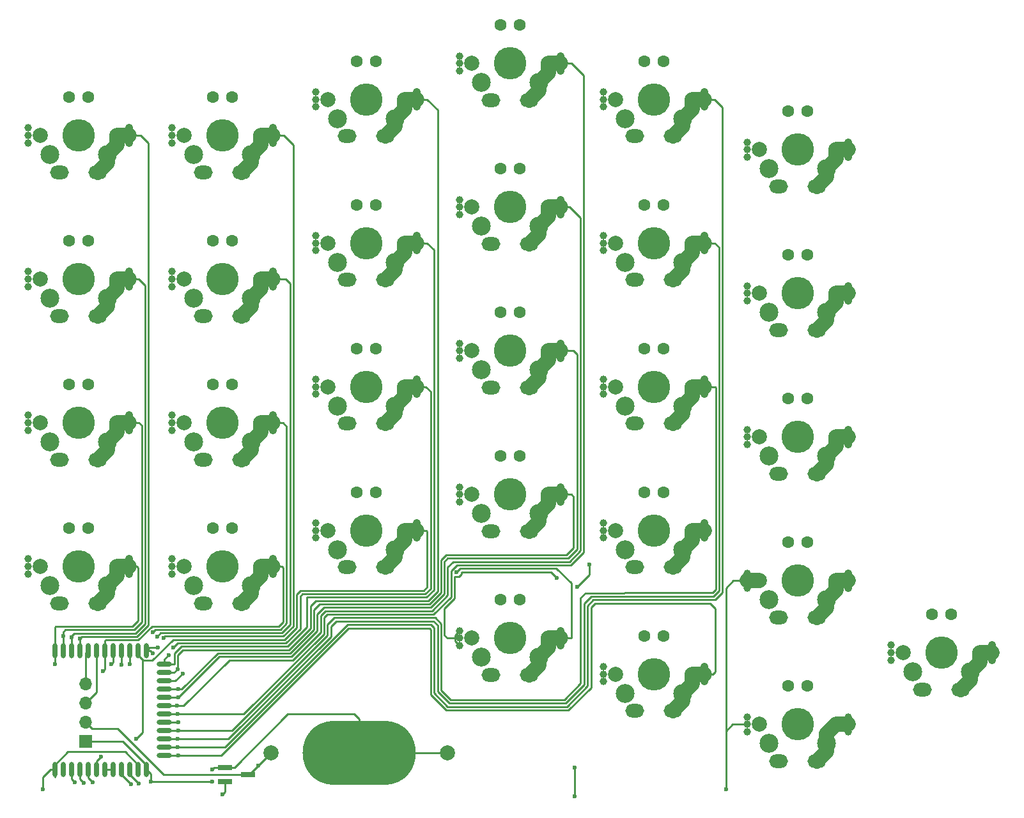
<source format=gtl>
G04 #@! TF.FileFunction,Copper,L1,Top,Signal*
%FSLAX46Y46*%
G04 Gerber Fmt 4.6, Leading zero omitted, Abs format (unit mm)*
G04 Created by KiCad (PCBNEW 4.0.7) date Mon Jun  4 02:29:31 2018*
%MOMM*%
%LPD*%
G01*
G04 APERTURE LIST*
%ADD10C,0.100000*%
%ADD11C,1.600000*%
%ADD12C,1.000000*%
%ADD13C,4.300000*%
%ADD14C,2.000000*%
%ADD15C,2.500000*%
%ADD16O,2.500000X1.800000*%
%ADD17O,2.000000X0.700000*%
%ADD18O,0.700000X2.000000*%
%ADD19O,15.000000X8.500000*%
%ADD20R,1.700000X1.700000*%
%ADD21O,1.700000X1.700000*%
%ADD22R,1.900000X0.800000*%
%ADD23C,0.600000*%
%ADD24C,0.250000*%
%ADD25C,2.000000*%
%ADD26C,1.000000*%
G04 APERTURE END LIST*
D10*
D11*
X151130000Y-101600000D03*
X153670000Y-101600000D03*
D12*
X159100000Y-107680000D03*
X159100000Y-105680000D03*
X159100000Y-106680000D03*
D13*
X152400000Y-106680000D03*
D14*
X157480000Y-106680000D03*
X147320000Y-106680000D03*
D15*
X156210000Y-109220000D03*
D16*
X149860000Y-111556800D03*
D15*
X148590000Y-109220000D03*
D16*
X154940000Y-111556800D03*
D12*
X145700000Y-106680000D03*
X145700000Y-107680000D03*
X145700000Y-105680000D03*
D11*
X132080000Y-111125000D03*
X134620000Y-111125000D03*
D12*
X140050000Y-117205000D03*
X140050000Y-115205000D03*
X140050000Y-116205000D03*
D13*
X133350000Y-116205000D03*
D14*
X138430000Y-116205000D03*
X128270000Y-116205000D03*
D15*
X137160000Y-118745000D03*
D16*
X130810000Y-121081800D03*
D15*
X129540000Y-118745000D03*
D16*
X135890000Y-121081800D03*
D12*
X126650000Y-116205000D03*
X126650000Y-117205000D03*
X126650000Y-115205000D03*
D11*
X36830000Y-33020000D03*
X39370000Y-33020000D03*
D12*
X44800000Y-39100000D03*
X44800000Y-37100000D03*
X44800000Y-38100000D03*
D13*
X38100000Y-38100000D03*
D14*
X43180000Y-38100000D03*
X33020000Y-38100000D03*
D15*
X41910000Y-40640000D03*
D16*
X35560000Y-42976800D03*
D15*
X34290000Y-40640000D03*
D16*
X40640000Y-42976800D03*
D12*
X31400000Y-38100000D03*
X31400000Y-39100000D03*
X31400000Y-37100000D03*
D11*
X36830000Y-52070000D03*
X39370000Y-52070000D03*
D12*
X44800000Y-58150000D03*
X44800000Y-56150000D03*
X44800000Y-57150000D03*
D13*
X38100000Y-57150000D03*
D14*
X43180000Y-57150000D03*
X33020000Y-57150000D03*
D15*
X41910000Y-59690000D03*
D16*
X35560000Y-62026800D03*
D15*
X34290000Y-59690000D03*
D16*
X40640000Y-62026800D03*
D12*
X31400000Y-57150000D03*
X31400000Y-58150000D03*
X31400000Y-56150000D03*
D11*
X36830000Y-71120000D03*
X39370000Y-71120000D03*
D12*
X44800000Y-77200000D03*
X44800000Y-75200000D03*
X44800000Y-76200000D03*
D13*
X38100000Y-76200000D03*
D14*
X43180000Y-76200000D03*
X33020000Y-76200000D03*
D15*
X41910000Y-78740000D03*
D16*
X35560000Y-81076800D03*
D15*
X34290000Y-78740000D03*
D16*
X40640000Y-81076800D03*
D12*
X31400000Y-76200000D03*
X31400000Y-77200000D03*
X31400000Y-75200000D03*
D11*
X36830000Y-90170000D03*
X39370000Y-90170000D03*
D12*
X44800000Y-96250000D03*
X44800000Y-94250000D03*
X44800000Y-95250000D03*
D13*
X38100000Y-95250000D03*
D14*
X43180000Y-95250000D03*
X33020000Y-95250000D03*
D15*
X41910000Y-97790000D03*
D16*
X35560000Y-100126800D03*
D15*
X34290000Y-97790000D03*
D16*
X40640000Y-100126800D03*
D12*
X31400000Y-95250000D03*
X31400000Y-96250000D03*
X31400000Y-94250000D03*
D11*
X55880000Y-33020000D03*
X58420000Y-33020000D03*
D12*
X63850000Y-39100000D03*
X63850000Y-37100000D03*
X63850000Y-38100000D03*
D13*
X57150000Y-38100000D03*
D14*
X62230000Y-38100000D03*
X52070000Y-38100000D03*
D15*
X60960000Y-40640000D03*
D16*
X54610000Y-42976800D03*
D15*
X53340000Y-40640000D03*
D16*
X59690000Y-42976800D03*
D12*
X50450000Y-38100000D03*
X50450000Y-39100000D03*
X50450000Y-37100000D03*
D11*
X55880000Y-52070000D03*
X58420000Y-52070000D03*
D12*
X63850000Y-58150000D03*
X63850000Y-56150000D03*
X63850000Y-57150000D03*
D13*
X57150000Y-57150000D03*
D14*
X62230000Y-57150000D03*
X52070000Y-57150000D03*
D15*
X60960000Y-59690000D03*
D16*
X54610000Y-62026800D03*
D15*
X53340000Y-59690000D03*
D16*
X59690000Y-62026800D03*
D12*
X50450000Y-57150000D03*
X50450000Y-58150000D03*
X50450000Y-56150000D03*
D11*
X55880000Y-71120000D03*
X58420000Y-71120000D03*
D12*
X63850000Y-77200000D03*
X63850000Y-75200000D03*
X63850000Y-76200000D03*
D13*
X57150000Y-76200000D03*
D14*
X62230000Y-76200000D03*
X52070000Y-76200000D03*
D15*
X60960000Y-78740000D03*
D16*
X54610000Y-81076800D03*
D15*
X53340000Y-78740000D03*
D16*
X59690000Y-81076800D03*
D12*
X50450000Y-76200000D03*
X50450000Y-77200000D03*
X50450000Y-75200000D03*
D11*
X55880000Y-90170000D03*
X58420000Y-90170000D03*
D12*
X63850000Y-96250000D03*
X63850000Y-94250000D03*
X63850000Y-95250000D03*
D13*
X57150000Y-95250000D03*
D14*
X62230000Y-95250000D03*
X52070000Y-95250000D03*
D15*
X60960000Y-97790000D03*
D16*
X54610000Y-100126800D03*
D15*
X53340000Y-97790000D03*
D16*
X59690000Y-100126800D03*
D12*
X50450000Y-95250000D03*
X50450000Y-96250000D03*
X50450000Y-94250000D03*
D11*
X74930000Y-28257500D03*
X77470000Y-28257500D03*
D12*
X82900000Y-34337500D03*
X82900000Y-32337500D03*
X82900000Y-33337500D03*
D13*
X76200000Y-33337500D03*
D14*
X81280000Y-33337500D03*
X71120000Y-33337500D03*
D15*
X80010000Y-35877500D03*
D16*
X73660000Y-38214300D03*
D15*
X72390000Y-35877500D03*
D16*
X78740000Y-38214300D03*
D12*
X69500000Y-33337500D03*
X69500000Y-34337500D03*
X69500000Y-32337500D03*
D11*
X74930000Y-47307500D03*
X77470000Y-47307500D03*
D12*
X82900000Y-53387500D03*
X82900000Y-51387500D03*
X82900000Y-52387500D03*
D13*
X76200000Y-52387500D03*
D14*
X81280000Y-52387500D03*
X71120000Y-52387500D03*
D15*
X80010000Y-54927500D03*
D16*
X73660000Y-57264300D03*
D15*
X72390000Y-54927500D03*
D16*
X78740000Y-57264300D03*
D12*
X69500000Y-52387500D03*
X69500000Y-53387500D03*
X69500000Y-51387500D03*
D11*
X74930000Y-66357500D03*
X77470000Y-66357500D03*
D12*
X82900000Y-72437500D03*
X82900000Y-70437500D03*
X82900000Y-71437500D03*
D13*
X76200000Y-71437500D03*
D14*
X81280000Y-71437500D03*
X71120000Y-71437500D03*
D15*
X80010000Y-73977500D03*
D16*
X73660000Y-76314300D03*
D15*
X72390000Y-73977500D03*
D16*
X78740000Y-76314300D03*
D12*
X69500000Y-71437500D03*
X69500000Y-72437500D03*
X69500000Y-70437500D03*
D11*
X74930000Y-85407500D03*
X77470000Y-85407500D03*
D12*
X82900000Y-91487500D03*
X82900000Y-89487500D03*
X82900000Y-90487500D03*
D13*
X76200000Y-90487500D03*
D14*
X81280000Y-90487500D03*
X71120000Y-90487500D03*
D15*
X80010000Y-93027500D03*
D16*
X73660000Y-95364300D03*
D15*
X72390000Y-93027500D03*
D16*
X78740000Y-95364300D03*
D12*
X69500000Y-90487500D03*
X69500000Y-91487500D03*
X69500000Y-89487500D03*
D11*
X93980000Y-23495000D03*
X96520000Y-23495000D03*
D12*
X101950000Y-29575000D03*
X101950000Y-27575000D03*
X101950000Y-28575000D03*
D13*
X95250000Y-28575000D03*
D14*
X100330000Y-28575000D03*
X90170000Y-28575000D03*
D15*
X99060000Y-31115000D03*
D16*
X92710000Y-33451800D03*
D15*
X91440000Y-31115000D03*
D16*
X97790000Y-33451800D03*
D12*
X88550000Y-28575000D03*
X88550000Y-29575000D03*
X88550000Y-27575000D03*
D11*
X93980000Y-42545000D03*
X96520000Y-42545000D03*
D12*
X101950000Y-48625000D03*
X101950000Y-46625000D03*
X101950000Y-47625000D03*
D13*
X95250000Y-47625000D03*
D14*
X100330000Y-47625000D03*
X90170000Y-47625000D03*
D15*
X99060000Y-50165000D03*
D16*
X92710000Y-52501800D03*
D15*
X91440000Y-50165000D03*
D16*
X97790000Y-52501800D03*
D12*
X88550000Y-47625000D03*
X88550000Y-48625000D03*
X88550000Y-46625000D03*
D11*
X93980000Y-61595000D03*
X96520000Y-61595000D03*
D12*
X101950000Y-67675000D03*
X101950000Y-65675000D03*
X101950000Y-66675000D03*
D13*
X95250000Y-66675000D03*
D14*
X100330000Y-66675000D03*
X90170000Y-66675000D03*
D15*
X99060000Y-69215000D03*
D16*
X92710000Y-71551800D03*
D15*
X91440000Y-69215000D03*
D16*
X97790000Y-71551800D03*
D12*
X88550000Y-66675000D03*
X88550000Y-67675000D03*
X88550000Y-65675000D03*
D11*
X93980000Y-80645000D03*
X96520000Y-80645000D03*
D12*
X101950000Y-86725000D03*
X101950000Y-84725000D03*
X101950000Y-85725000D03*
D13*
X95250000Y-85725000D03*
D14*
X100330000Y-85725000D03*
X90170000Y-85725000D03*
D15*
X99060000Y-88265000D03*
D16*
X92710000Y-90601800D03*
D15*
X91440000Y-88265000D03*
D16*
X97790000Y-90601800D03*
D12*
X88550000Y-85725000D03*
X88550000Y-86725000D03*
X88550000Y-84725000D03*
D11*
X93980000Y-99695000D03*
X96520000Y-99695000D03*
D12*
X101950000Y-105775000D03*
X101950000Y-103775000D03*
X101950000Y-104775000D03*
D13*
X95250000Y-104775000D03*
D14*
X100330000Y-104775000D03*
X90170000Y-104775000D03*
D15*
X99060000Y-107315000D03*
D16*
X92710000Y-109651800D03*
D15*
X91440000Y-107315000D03*
D16*
X97790000Y-109651800D03*
D12*
X88550000Y-104775000D03*
X88550000Y-105775000D03*
X88550000Y-103775000D03*
D11*
X113030000Y-28257500D03*
X115570000Y-28257500D03*
D12*
X121000000Y-34337500D03*
X121000000Y-32337500D03*
X121000000Y-33337500D03*
D13*
X114300000Y-33337500D03*
D14*
X119380000Y-33337500D03*
X109220000Y-33337500D03*
D15*
X118110000Y-35877500D03*
D16*
X111760000Y-38214300D03*
D15*
X110490000Y-35877500D03*
D16*
X116840000Y-38214300D03*
D12*
X107600000Y-33337500D03*
X107600000Y-34337500D03*
X107600000Y-32337500D03*
D11*
X113030000Y-47307500D03*
X115570000Y-47307500D03*
D12*
X121000000Y-53387500D03*
X121000000Y-51387500D03*
X121000000Y-52387500D03*
D13*
X114300000Y-52387500D03*
D14*
X119380000Y-52387500D03*
X109220000Y-52387500D03*
D15*
X118110000Y-54927500D03*
D16*
X111760000Y-57264300D03*
D15*
X110490000Y-54927500D03*
D16*
X116840000Y-57264300D03*
D12*
X107600000Y-52387500D03*
X107600000Y-53387500D03*
X107600000Y-51387500D03*
D11*
X113030000Y-66357500D03*
X115570000Y-66357500D03*
D12*
X121000000Y-72437500D03*
X121000000Y-70437500D03*
X121000000Y-71437500D03*
D13*
X114300000Y-71437500D03*
D14*
X119380000Y-71437500D03*
X109220000Y-71437500D03*
D15*
X118110000Y-73977500D03*
D16*
X111760000Y-76314300D03*
D15*
X110490000Y-73977500D03*
D16*
X116840000Y-76314300D03*
D12*
X107600000Y-71437500D03*
X107600000Y-72437500D03*
X107600000Y-70437500D03*
D11*
X113030000Y-85407500D03*
X115570000Y-85407500D03*
D12*
X121000000Y-91487500D03*
X121000000Y-89487500D03*
X121000000Y-90487500D03*
D13*
X114300000Y-90487500D03*
D14*
X119380000Y-90487500D03*
X109220000Y-90487500D03*
D15*
X118110000Y-93027500D03*
D16*
X111760000Y-95364300D03*
D15*
X110490000Y-93027500D03*
D16*
X116840000Y-95364300D03*
D12*
X107600000Y-90487500D03*
X107600000Y-91487500D03*
X107600000Y-89487500D03*
D11*
X113030000Y-104457500D03*
X115570000Y-104457500D03*
D12*
X121000000Y-110537500D03*
X121000000Y-108537500D03*
X121000000Y-109537500D03*
D13*
X114300000Y-109537500D03*
D14*
X119380000Y-109537500D03*
X109220000Y-109537500D03*
D15*
X118110000Y-112077500D03*
D16*
X111760000Y-114414300D03*
D15*
X110490000Y-112077500D03*
D16*
X116840000Y-114414300D03*
D12*
X107600000Y-109537500D03*
X107600000Y-110537500D03*
X107600000Y-108537500D03*
D11*
X132080000Y-34925000D03*
X134620000Y-34925000D03*
D12*
X140050000Y-41005000D03*
X140050000Y-39005000D03*
X140050000Y-40005000D03*
D13*
X133350000Y-40005000D03*
D14*
X138430000Y-40005000D03*
X128270000Y-40005000D03*
D15*
X137160000Y-42545000D03*
D16*
X130810000Y-44881800D03*
D15*
X129540000Y-42545000D03*
D16*
X135890000Y-44881800D03*
D12*
X126650000Y-40005000D03*
X126650000Y-41005000D03*
X126650000Y-39005000D03*
D11*
X132080000Y-53975000D03*
X134620000Y-53975000D03*
D12*
X140050000Y-60055000D03*
X140050000Y-58055000D03*
X140050000Y-59055000D03*
D13*
X133350000Y-59055000D03*
D14*
X138430000Y-59055000D03*
X128270000Y-59055000D03*
D15*
X137160000Y-61595000D03*
D16*
X130810000Y-63931800D03*
D15*
X129540000Y-61595000D03*
D16*
X135890000Y-63931800D03*
D12*
X126650000Y-59055000D03*
X126650000Y-60055000D03*
X126650000Y-58055000D03*
D11*
X132080000Y-73025000D03*
X134620000Y-73025000D03*
D12*
X140050000Y-79105000D03*
X140050000Y-77105000D03*
X140050000Y-78105000D03*
D13*
X133350000Y-78105000D03*
D14*
X138430000Y-78105000D03*
X128270000Y-78105000D03*
D15*
X137160000Y-80645000D03*
D16*
X130810000Y-82981800D03*
D15*
X129540000Y-80645000D03*
D16*
X135890000Y-82981800D03*
D12*
X126650000Y-78105000D03*
X126650000Y-79105000D03*
X126650000Y-77105000D03*
D11*
X132080000Y-92075000D03*
X134620000Y-92075000D03*
D12*
X140050000Y-98155000D03*
X140050000Y-96155000D03*
X140050000Y-97155000D03*
D13*
X133350000Y-97155000D03*
D14*
X138430000Y-97155000D03*
X128270000Y-97155000D03*
D15*
X137160000Y-99695000D03*
D16*
X130810000Y-102031800D03*
D15*
X129540000Y-99695000D03*
D16*
X135890000Y-102031800D03*
D12*
X126650000Y-97155000D03*
X126650000Y-98155000D03*
X126650000Y-96155000D03*
D17*
X49452500Y-108250000D03*
X49452500Y-109350000D03*
X49452500Y-110450000D03*
X49452500Y-111550000D03*
X49452500Y-112650000D03*
X49452500Y-113750000D03*
X49452500Y-114850000D03*
X49452500Y-115950000D03*
X49452500Y-117050000D03*
X49452500Y-118150000D03*
X49452500Y-119250000D03*
X49452500Y-120350000D03*
D18*
X47052500Y-106400000D03*
X45952500Y-106400000D03*
X44852500Y-106400000D03*
X43752500Y-106400000D03*
X42652500Y-106400000D03*
X41552500Y-106400000D03*
X40452500Y-106400000D03*
X39352500Y-106400000D03*
X38252500Y-106400000D03*
X37152500Y-106400000D03*
X36052500Y-106400000D03*
X34952500Y-106400000D03*
X47052500Y-122200000D03*
X45952500Y-122200000D03*
X44852500Y-122200000D03*
X43752500Y-122200000D03*
X42652500Y-122200000D03*
X41552500Y-122200000D03*
X40452500Y-122200000D03*
X39352500Y-122200000D03*
X38252500Y-122200000D03*
X37152500Y-122200000D03*
X36052500Y-122200000D03*
X34952500Y-122200000D03*
D14*
X63547500Y-120015000D03*
X86947500Y-120015000D03*
D19*
X75247500Y-120015000D03*
D20*
X39052500Y-118427500D03*
D21*
X39052500Y-115887500D03*
X39052500Y-113347500D03*
X39052500Y-110807500D03*
D22*
X57500000Y-121900000D03*
X57500000Y-123800000D03*
X60500000Y-122850000D03*
D23*
X61912500Y-121650000D03*
X55760000Y-122180000D03*
X55780000Y-123830000D03*
X47625000Y-123825000D03*
X57110000Y-125500000D03*
X105720000Y-95020000D03*
X104130197Y-97950492D03*
X101453058Y-96750010D03*
X103822500Y-125730000D03*
X103822500Y-121920000D03*
X123825000Y-124777500D03*
X33337500Y-124777500D03*
X38252500Y-104822500D03*
X37152500Y-104675000D03*
X36052500Y-104475000D03*
X34950000Y-108230000D03*
X44850000Y-108250000D03*
X49325000Y-104700020D03*
X43750000Y-108275000D03*
X48480448Y-104530448D03*
X42400000Y-108175000D03*
X47914762Y-103964762D03*
X41275000Y-109175000D03*
X51200011Y-108852489D03*
X50025000Y-107000000D03*
X47933078Y-106758078D03*
X48575000Y-106000000D03*
X50625000Y-106000000D03*
X45720000Y-118110000D03*
X51175000Y-114850000D03*
X51100000Y-113750000D03*
X51286410Y-112650000D03*
X51275000Y-111550000D03*
X51875000Y-109475000D03*
X88141942Y-95991942D03*
X51225000Y-119250000D03*
X51200000Y-118150000D03*
X51250000Y-117050000D03*
X51250000Y-115950000D03*
X51250000Y-120350000D03*
X46077500Y-124075000D03*
X45002500Y-124100000D03*
X41077500Y-120475000D03*
X39925000Y-123850000D03*
X38750000Y-123947500D03*
X37602500Y-123900000D03*
D24*
X63547500Y-120015000D02*
X61912500Y-121650000D01*
X61912500Y-121650000D02*
X60690000Y-122872500D01*
X60690000Y-122872500D02*
X60555000Y-122872500D01*
X43212499Y-116737499D02*
X49347500Y-122872500D01*
X49347500Y-122872500D02*
X60555000Y-122872500D01*
X39052500Y-115887500D02*
X39902499Y-116737499D01*
X39902499Y-116737499D02*
X43212499Y-116737499D01*
X74552500Y-114820000D02*
X65780000Y-114820000D01*
X65780000Y-114820000D02*
X58700000Y-121900000D01*
X58700000Y-121900000D02*
X57500000Y-121900000D01*
X75247500Y-120015000D02*
X75247500Y-115515000D01*
X75247500Y-115515000D02*
X74552500Y-114820000D01*
X86947500Y-120015000D02*
X75247500Y-120015000D01*
X55760000Y-122180000D02*
X56040000Y-121900000D01*
X56040000Y-121900000D02*
X57500000Y-121900000D01*
X55245000Y-123825000D02*
X55775000Y-123825000D01*
X55775000Y-123825000D02*
X55780000Y-123830000D01*
X71997500Y-120015000D02*
X75247500Y-120015000D01*
X55245000Y-123825000D02*
X54820736Y-123825000D01*
X54820736Y-123825000D02*
X47625000Y-123825000D01*
X39052500Y-118427500D02*
X43930000Y-118427500D01*
X43930000Y-118427500D02*
X47052500Y-121550000D01*
X47052500Y-121550000D02*
X47052500Y-122200000D01*
X47625000Y-123825000D02*
X47625000Y-122772500D01*
X47625000Y-122772500D02*
X47052500Y-122200000D01*
X55247500Y-123822500D02*
X55245000Y-123825000D01*
X57500000Y-123800000D02*
X57500000Y-125110000D01*
X57500000Y-125110000D02*
X57110000Y-125500000D01*
X123825000Y-116205000D02*
X123825000Y-117070000D01*
X123825000Y-117070000D02*
X123825000Y-124777500D01*
X126650000Y-116205000D02*
X124690000Y-116205000D01*
X124690000Y-116205000D02*
X123825000Y-117070000D01*
X123825028Y-98107472D02*
X123825028Y-116204972D01*
X88550000Y-105775000D02*
X87950000Y-105175000D01*
X87950000Y-105175000D02*
X87950000Y-104775000D01*
X88550000Y-104775000D02*
X87950000Y-104775000D01*
X87950000Y-104775000D02*
X87630000Y-104775000D01*
X88550000Y-103775000D02*
X87950000Y-104375000D01*
X87950000Y-104375000D02*
X87950000Y-104775000D01*
X125180000Y-97155000D02*
X124970000Y-97155000D01*
X124970000Y-97155000D02*
X124777500Y-97155000D01*
X126650000Y-96155000D02*
X125650000Y-97155000D01*
X125650000Y-97155000D02*
X124970000Y-97155000D01*
X126650000Y-98155000D02*
X125650000Y-97155000D01*
X125650000Y-97155000D02*
X125180000Y-97155000D01*
X126650000Y-97155000D02*
X125180000Y-97155000D01*
X104130197Y-97950492D02*
X105720000Y-96360689D01*
X105720000Y-96360689D02*
X105720000Y-95020000D01*
X99780000Y-95975050D02*
X100678098Y-95975050D01*
X100678098Y-95975050D02*
X101453058Y-96750010D01*
X96700000Y-95975050D02*
X99780000Y-95975050D01*
X92690000Y-95975050D02*
X96700000Y-95975050D01*
X91340000Y-95975050D02*
X92690000Y-95975050D01*
X89084950Y-95975050D02*
X91340000Y-95975050D01*
X88766943Y-96003351D02*
X89056649Y-96003351D01*
X89056649Y-96003351D02*
X89084950Y-95975050D01*
X87875046Y-96620000D02*
X88438886Y-96620000D01*
X88438886Y-96620000D02*
X88766943Y-96291943D01*
X88766943Y-96291943D02*
X88766943Y-96003351D01*
X87875045Y-99466233D02*
X87875046Y-96620000D01*
X86525010Y-104395010D02*
X86525010Y-100816270D01*
X86525010Y-100816270D02*
X87875045Y-99466233D01*
X86905000Y-104775000D02*
X86525010Y-104395010D01*
X87090010Y-104775000D02*
X86905000Y-104775000D01*
X88550000Y-104775000D02*
X87090010Y-104775000D01*
X123825028Y-116204972D02*
X123825000Y-116205000D01*
X124777500Y-97155000D02*
X123825028Y-98107472D01*
X103822500Y-121920000D02*
X103822500Y-125730000D01*
X33337500Y-123215000D02*
X33337500Y-124777500D01*
X34952500Y-122200000D02*
X34352500Y-122200000D01*
X34352500Y-122200000D02*
X33337500Y-123215000D01*
X45952500Y-122200000D02*
X45952500Y-121550000D01*
X45952500Y-121550000D02*
X44252499Y-119849999D01*
X44252499Y-119849999D02*
X36652501Y-119849999D01*
X36652501Y-119849999D02*
X34952500Y-121550000D01*
X34952500Y-121550000D02*
X34952500Y-122200000D01*
X34952500Y-122200000D02*
X34952500Y-123162500D01*
D25*
X126650000Y-97155000D02*
X128270000Y-97155000D01*
D26*
X44800000Y-37100000D02*
X44800000Y-39100000D01*
D24*
X44800000Y-38100000D02*
X46300000Y-38100000D01*
X46300000Y-38100000D02*
X47325028Y-39125028D01*
X47325028Y-39125028D02*
X47325027Y-103034203D01*
X47325027Y-103034203D02*
X45784200Y-104575030D01*
X45784200Y-104575030D02*
X38499970Y-104575030D01*
X38499970Y-104575030D02*
X38252500Y-104822500D01*
X38252500Y-104822500D02*
X38252500Y-106400000D01*
D25*
X41910000Y-40640000D02*
X41910000Y-41706800D01*
X41910000Y-41706800D02*
X40640000Y-42976800D01*
X43180000Y-38100000D02*
X43180000Y-39370000D01*
X43180000Y-39370000D02*
X41910000Y-40640000D01*
X44800000Y-38100000D02*
X43180000Y-38100000D01*
D26*
X44800000Y-56150000D02*
X44800000Y-58150000D01*
D24*
X37152500Y-104447500D02*
X37152500Y-104675000D01*
X37152500Y-104675000D02*
X37152500Y-106400000D01*
X37474980Y-104125020D02*
X37152500Y-104447500D01*
X45597800Y-104125020D02*
X37474980Y-104125020D01*
X46025000Y-57150000D02*
X46875019Y-58000019D01*
X46875019Y-58000019D02*
X46875018Y-102847802D01*
X46875018Y-102847802D02*
X45597800Y-104125020D01*
X44800000Y-57150000D02*
X46025000Y-57150000D01*
D25*
X41910000Y-59690000D02*
X41910000Y-60756800D01*
X41910000Y-60756800D02*
X40640000Y-62026800D01*
X43180000Y-57150000D02*
X43180000Y-58420000D01*
X43180000Y-58420000D02*
X41910000Y-59690000D01*
X44800000Y-57150000D02*
X43180000Y-57150000D01*
D26*
X44800000Y-75200000D02*
X44800000Y-77200000D01*
D24*
X36052500Y-103947500D02*
X36052500Y-104475000D01*
X36052500Y-104475000D02*
X36052500Y-106400000D01*
X36324990Y-103675010D02*
X36052500Y-103947500D01*
X45411400Y-103675010D02*
X36324990Y-103675010D01*
X46075000Y-76200000D02*
X46425010Y-76550010D01*
X46425010Y-76550010D02*
X46425009Y-102661401D01*
X46425009Y-102661401D02*
X45411400Y-103675010D01*
X44800000Y-76200000D02*
X46075000Y-76200000D01*
D25*
X41910000Y-78740000D02*
X41910000Y-79806800D01*
X41910000Y-79806800D02*
X40640000Y-81076800D01*
X43180000Y-76200000D02*
X43180000Y-77470000D01*
X43180000Y-77470000D02*
X41910000Y-78740000D01*
X44800000Y-76200000D02*
X43180000Y-76200000D01*
D26*
X44800000Y-94250000D02*
X44800000Y-96250000D01*
D24*
X34950000Y-108230000D02*
X34950000Y-106402500D01*
X34950000Y-106402500D02*
X34952500Y-106400000D01*
X44800000Y-95250000D02*
X45800000Y-95250000D01*
X45800000Y-95250000D02*
X45975000Y-95425000D01*
X45975000Y-95425000D02*
X45975000Y-102475000D01*
X45975000Y-102475000D02*
X45225000Y-103225000D01*
X45225000Y-103225000D02*
X35050000Y-103225000D01*
X35050000Y-103225000D02*
X34952500Y-103322500D01*
X34952500Y-103322500D02*
X34952500Y-106400000D01*
D25*
X41910000Y-97790000D02*
X41910000Y-98856800D01*
X41910000Y-98856800D02*
X40640000Y-100126800D01*
X43180000Y-95250000D02*
X43180000Y-96520000D01*
X43180000Y-96520000D02*
X41910000Y-97790000D01*
X44800000Y-95250000D02*
X43180000Y-95250000D01*
D26*
X63850000Y-37100000D02*
X63850000Y-39100000D01*
D24*
X44852500Y-106400000D02*
X44852500Y-108247500D01*
X44852500Y-108247500D02*
X44850000Y-108250000D01*
X65184200Y-104525030D02*
X49499990Y-104525030D01*
X49499990Y-104525030D02*
X49325000Y-104700020D01*
X66525028Y-57538620D02*
X66525027Y-103184203D01*
X66525027Y-103184203D02*
X65184200Y-104525030D01*
X65225000Y-38100000D02*
X66525028Y-39400028D01*
X66525028Y-39400028D02*
X66525028Y-57538620D01*
X63850000Y-38100000D02*
X65225000Y-38100000D01*
D25*
X60960000Y-40640000D02*
X60960000Y-41706800D01*
X60960000Y-41706800D02*
X59690000Y-42976800D01*
X62230000Y-38100000D02*
X62230000Y-39370000D01*
X62230000Y-39370000D02*
X60960000Y-40640000D01*
X63850000Y-38100000D02*
X62230000Y-38100000D01*
D26*
X63850000Y-56150000D02*
X63850000Y-58150000D01*
D24*
X43750000Y-108275000D02*
X43750000Y-106402500D01*
X43750000Y-106402500D02*
X43752500Y-106400000D01*
X64997800Y-104075020D02*
X48935876Y-104075020D01*
X48935876Y-104075020D02*
X48480448Y-104530448D01*
X65500000Y-57150000D02*
X66075019Y-57725019D01*
X66075019Y-57725019D02*
X66075018Y-102997802D01*
X66075018Y-102997802D02*
X64997800Y-104075020D01*
X65275000Y-57150000D02*
X65500000Y-57150000D01*
X63850000Y-57150000D02*
X65275000Y-57150000D01*
D25*
X60960000Y-59690000D02*
X60960000Y-60756800D01*
X60960000Y-60756800D02*
X59690000Y-62026800D01*
X62230000Y-57150000D02*
X62230000Y-58420000D01*
X62230000Y-58420000D02*
X60960000Y-59690000D01*
X63850000Y-57150000D02*
X62230000Y-57150000D01*
D26*
X63850000Y-75200000D02*
X63850000Y-77200000D01*
D24*
X42425000Y-108175000D02*
X42652500Y-107947500D01*
X42652500Y-107947500D02*
X42652500Y-106400000D01*
X42400000Y-108175000D02*
X42425000Y-108175000D01*
X64811400Y-103625010D02*
X48254514Y-103625010D01*
X48254514Y-103625010D02*
X47914762Y-103964762D01*
X65150000Y-76200000D02*
X65625010Y-76675010D01*
X65625010Y-76675010D02*
X65625009Y-102811401D01*
X65625009Y-102811401D02*
X64811400Y-103625010D01*
X63850000Y-76200000D02*
X65150000Y-76200000D01*
D25*
X60960000Y-78740000D02*
X60960000Y-79806800D01*
X60960000Y-79806800D02*
X59690000Y-81076800D01*
X62230000Y-76200000D02*
X62230000Y-77470000D01*
X62230000Y-77470000D02*
X60960000Y-78740000D01*
X63850000Y-76200000D02*
X62230000Y-76200000D01*
D26*
X63850000Y-94250000D02*
X63850000Y-96250000D01*
D24*
X41575000Y-108875000D02*
X41552500Y-108852500D01*
X41552500Y-108852500D02*
X41552500Y-106400000D01*
X41275000Y-109175000D02*
X41575000Y-108875000D01*
X65175000Y-95400000D02*
X65025000Y-95250000D01*
X65025000Y-95250000D02*
X63850000Y-95250000D01*
X65175000Y-102625000D02*
X65175000Y-95400000D01*
X41552500Y-106400000D02*
X41552500Y-105150000D01*
X41552500Y-105150000D02*
X41677460Y-105025040D01*
X41677460Y-105025040D02*
X45970601Y-105025039D01*
X45970601Y-105025039D02*
X47820640Y-103175000D01*
X64625000Y-103175000D02*
X65175000Y-102625000D01*
X47820640Y-103175000D02*
X64625000Y-103175000D01*
D25*
X60960000Y-97790000D02*
X60960000Y-98856800D01*
X60960000Y-98856800D02*
X59690000Y-100126800D01*
X62230000Y-95250000D02*
X62230000Y-96520000D01*
X62230000Y-96520000D02*
X60960000Y-97790000D01*
X63850000Y-95250000D02*
X62230000Y-95250000D01*
D26*
X82900000Y-32337500D02*
X82900000Y-34337500D01*
D24*
X51200012Y-106999988D02*
X51200011Y-108852489D01*
X51200011Y-108852489D02*
X50702500Y-109350000D01*
X50702500Y-109350000D02*
X49452500Y-109350000D01*
X65929800Y-106325070D02*
X51874930Y-106325070D01*
X51874930Y-106325070D02*
X51200012Y-106999988D01*
X68799990Y-100475010D02*
X68799989Y-103454881D01*
X68799989Y-103454881D02*
X65929800Y-106325070D01*
X84359200Y-99800030D02*
X69474970Y-99800030D01*
X69474970Y-99800030D02*
X68799990Y-100475010D01*
X85625000Y-34700000D02*
X85625000Y-98534230D01*
X85625000Y-98534230D02*
X84359200Y-99800030D01*
X84262500Y-33337500D02*
X85625000Y-34700000D01*
X82900000Y-33337500D02*
X84262500Y-33337500D01*
D25*
X82900000Y-33337500D02*
X81280000Y-33337500D01*
X80010000Y-35877500D02*
X80010000Y-36944300D01*
X80010000Y-36944300D02*
X78740000Y-38214300D01*
X81280000Y-33337500D02*
X81280000Y-34607500D01*
X81280000Y-34607500D02*
X80010000Y-35877500D01*
D26*
X82900000Y-51387500D02*
X82900000Y-53387500D01*
D24*
X49452500Y-108250000D02*
X49452500Y-107572500D01*
X49452500Y-107572500D02*
X50025000Y-107000000D01*
X82900000Y-52387500D02*
X84237500Y-52387500D01*
X85150019Y-53300019D02*
X85150020Y-71888610D01*
X84237500Y-52387500D02*
X85150019Y-53300019D01*
X85150020Y-71888610D02*
X85150018Y-98372802D01*
X68349980Y-99350020D02*
X68349980Y-103268480D01*
X85150018Y-98372802D02*
X84172800Y-99350020D01*
X84172800Y-99350020D02*
X68349980Y-99350020D01*
X65743400Y-105875060D02*
X51674942Y-105875060D01*
X50702500Y-108250000D02*
X49452500Y-108250000D01*
X68349980Y-103268480D02*
X65743400Y-105875060D01*
X51674942Y-105875060D02*
X50750002Y-106800000D01*
X50750002Y-106800000D02*
X50750002Y-108202498D01*
X50750002Y-108202498D02*
X50702500Y-108250000D01*
D25*
X80010000Y-54927500D02*
X80010000Y-55994300D01*
X80010000Y-55994300D02*
X78740000Y-57264300D01*
X81280000Y-52387500D02*
X81280000Y-53657500D01*
X81280000Y-53657500D02*
X80010000Y-54927500D01*
X82900000Y-52387500D02*
X81280000Y-52387500D01*
D26*
X82900000Y-70437500D02*
X82900000Y-72437500D01*
D24*
X47052500Y-106400000D02*
X47575000Y-106400000D01*
X47575000Y-106400000D02*
X47933078Y-106758078D01*
X48575000Y-106000000D02*
X47452500Y-106000000D01*
X47452500Y-106000000D02*
X47052500Y-106400000D01*
X65557000Y-105425050D02*
X51199950Y-105425050D01*
X51199950Y-105425050D02*
X50625000Y-106000000D01*
X67425046Y-99199954D02*
X67425045Y-103557005D01*
X67425045Y-103557005D02*
X65557000Y-105425050D01*
X83986400Y-98900010D02*
X67724990Y-98900010D01*
X67724990Y-98900010D02*
X67425046Y-99199954D01*
X84700010Y-90413600D02*
X84700009Y-98186401D01*
X84700009Y-98186401D02*
X83986400Y-98900010D01*
X84062500Y-71437500D02*
X84700010Y-72075010D01*
X84700010Y-72075010D02*
X84700010Y-90413600D01*
X82900000Y-71437500D02*
X84062500Y-71437500D01*
D25*
X80010000Y-73977500D02*
X80010000Y-75044300D01*
X80010000Y-75044300D02*
X78740000Y-76314300D01*
X81280000Y-71437500D02*
X81280000Y-72707500D01*
X81280000Y-72707500D02*
X80010000Y-73977500D01*
X82900000Y-71437500D02*
X81280000Y-71437500D01*
D26*
X82900000Y-89487500D02*
X82900000Y-91487500D01*
D24*
X46535000Y-107632500D02*
X45952500Y-107050000D01*
X46627510Y-107725010D02*
X46535000Y-107632500D01*
X46535000Y-107632500D02*
X46535000Y-117295000D01*
X46535000Y-117295000D02*
X45720000Y-118110000D01*
X50600000Y-104975040D02*
X47850030Y-107725010D01*
X47850030Y-107725010D02*
X46627510Y-107725010D01*
X45952500Y-107050000D02*
X45952500Y-106400000D01*
X65370600Y-104975040D02*
X50600000Y-104975040D01*
X66975037Y-98974963D02*
X66975036Y-103370604D01*
X66975036Y-103370604D02*
X65370600Y-104975040D01*
X83800000Y-98450000D02*
X67500000Y-98450000D01*
X67500000Y-98450000D02*
X66975037Y-98974963D01*
X84250000Y-98000000D02*
X83800000Y-98450000D01*
X84250000Y-90600000D02*
X84250000Y-98000000D01*
X84137500Y-90487500D02*
X84250000Y-90600000D01*
X82900000Y-90487500D02*
X84137500Y-90487500D01*
D25*
X80010000Y-93027500D02*
X80010000Y-94094300D01*
X80010000Y-94094300D02*
X78740000Y-95364300D01*
X81280000Y-90487500D02*
X81280000Y-91757500D01*
X81280000Y-91757500D02*
X80010000Y-93027500D01*
X81280000Y-90487500D02*
X82900000Y-90487500D01*
D26*
X101950000Y-27575000D02*
X101950000Y-29575000D01*
D24*
X59950510Y-114850000D02*
X51175000Y-114850000D01*
X51175000Y-114850000D02*
X50702500Y-114850000D01*
X101950000Y-28575000D02*
X103400000Y-28575000D01*
X87425036Y-99279834D02*
X85104800Y-101600070D01*
X103400000Y-28575000D02*
X105000028Y-30175028D01*
X70600025Y-104200485D02*
X59950510Y-114850000D01*
X105000028Y-30175028D02*
X105000027Y-93359203D01*
X105000027Y-93359203D02*
X103284200Y-95075030D01*
X103284200Y-95075030D02*
X88174970Y-95075030D01*
X85104800Y-101600070D02*
X71024930Y-101600070D01*
X88174970Y-95075030D02*
X87425037Y-95824963D01*
X87425037Y-95824963D02*
X87425036Y-99279834D01*
X71024930Y-101600070D02*
X70600026Y-102024974D01*
X70600026Y-102024974D02*
X70600025Y-104200485D01*
X50702500Y-114850000D02*
X49452500Y-114850000D01*
D25*
X99060000Y-31115000D02*
X99060000Y-32181800D01*
X99060000Y-32181800D02*
X97790000Y-33451800D01*
X100330000Y-28575000D02*
X100330000Y-29845000D01*
X100330000Y-29845000D02*
X99060000Y-31115000D01*
X101950000Y-28575000D02*
X100330000Y-28575000D01*
D26*
X101950000Y-46625000D02*
X101950000Y-48625000D01*
D24*
X51975100Y-113750000D02*
X51100000Y-113750000D01*
X51100000Y-113750000D02*
X49452500Y-113750000D01*
X101950000Y-47625000D02*
X103125000Y-47625000D01*
X104550019Y-49050019D02*
X104550018Y-93172802D01*
X103125000Y-47625000D02*
X104550019Y-49050019D01*
X104550018Y-93172802D02*
X103097800Y-94625020D01*
X103097800Y-94625020D02*
X87724980Y-94625020D01*
X87724980Y-94625020D02*
X86975028Y-95374972D01*
X86975028Y-95374972D02*
X86975027Y-99093433D01*
X86975027Y-99093433D02*
X84918400Y-101150060D01*
X66489000Y-107675100D02*
X58050000Y-107675100D01*
X84918400Y-101150060D02*
X70786350Y-101150060D01*
X70786350Y-101150060D02*
X70150017Y-101786393D01*
X70150017Y-101786393D02*
X70150016Y-104014084D01*
X70150016Y-104014084D02*
X66489000Y-107675100D01*
X58050000Y-107675100D02*
X51975100Y-113750000D01*
D25*
X99060000Y-50165000D02*
X99060000Y-51231800D01*
X99060000Y-51231800D02*
X97790000Y-52501800D01*
X100330000Y-47625000D02*
X100330000Y-48895000D01*
X100330000Y-48895000D02*
X99060000Y-50165000D01*
X101950000Y-47625000D02*
X100330000Y-47625000D01*
D26*
X101950000Y-65675000D02*
X101950000Y-67675000D01*
D24*
X101950000Y-66675000D02*
X103600000Y-66675000D01*
X102911400Y-94175010D02*
X86974990Y-94175010D01*
X103600000Y-66675000D02*
X104100010Y-67175010D01*
X104100010Y-67175010D02*
X104100009Y-92986401D01*
X86525019Y-94624981D02*
X86525018Y-98907032D01*
X104100009Y-92986401D02*
X102911400Y-94175010D01*
X86974990Y-94175010D02*
X86525019Y-94624981D01*
X69700008Y-101599992D02*
X69700007Y-103827683D01*
X69700007Y-103827683D02*
X66302600Y-107225090D01*
X86525018Y-98907032D02*
X84732000Y-100700050D01*
X84732000Y-100700050D02*
X70599950Y-100700050D01*
X70599950Y-100700050D02*
X69700008Y-101599992D01*
X66302600Y-107225090D02*
X56711320Y-107225090D01*
X56711320Y-107225090D02*
X51286410Y-112650000D01*
X51286410Y-112650000D02*
X50702500Y-112650000D01*
X50702500Y-112650000D02*
X49452500Y-112650000D01*
D25*
X99060000Y-69215000D02*
X99060000Y-70281800D01*
X99060000Y-70281800D02*
X97790000Y-71551800D01*
X100330000Y-66675000D02*
X100330000Y-67945000D01*
X100330000Y-67945000D02*
X99060000Y-69215000D01*
X101950000Y-66675000D02*
X100330000Y-66675000D01*
D26*
X101950000Y-84725000D02*
X101950000Y-86725000D01*
D24*
X51750000Y-111550000D02*
X51275000Y-111550000D01*
X51275000Y-111550000D02*
X49452500Y-111550000D01*
X101950000Y-85725000D02*
X103325000Y-85725000D01*
X69249999Y-101000001D02*
X69249998Y-103641282D01*
X66116200Y-106775080D02*
X56524920Y-106775080D01*
X103325000Y-85725000D02*
X103650000Y-86050000D01*
X103650000Y-86050000D02*
X103650000Y-92800000D01*
X103650000Y-92800000D02*
X102725000Y-93725000D01*
X102725000Y-93725000D02*
X86775000Y-93725000D01*
X86775000Y-93725000D02*
X86075010Y-94424990D01*
X86075010Y-94424990D02*
X86075009Y-98720631D01*
X86075009Y-98720631D02*
X84545600Y-100250040D01*
X84545600Y-100250040D02*
X69999960Y-100250040D01*
X69999960Y-100250040D02*
X69249999Y-101000001D01*
X69249998Y-103641282D02*
X66116200Y-106775080D01*
X56524920Y-106775080D02*
X51750000Y-111550000D01*
D25*
X99060000Y-88265000D02*
X99060000Y-89331800D01*
X99060000Y-89331800D02*
X97790000Y-90601800D01*
X100330000Y-85725000D02*
X100330000Y-86995000D01*
X100330000Y-86995000D02*
X99060000Y-88265000D01*
X101950000Y-85725000D02*
X100330000Y-85725000D01*
D26*
X101950000Y-103775000D02*
X101950000Y-105775000D01*
D24*
X101355040Y-95525040D02*
X103325000Y-97495000D01*
X103325000Y-97495000D02*
X103325000Y-104775000D01*
X101350000Y-95525040D02*
X88608844Y-95525040D01*
X101350000Y-95525040D02*
X101355040Y-95525040D01*
X51875000Y-109475000D02*
X50900000Y-110450000D01*
X50900000Y-110450000D02*
X49452500Y-110450000D01*
X88608844Y-95525040D02*
X88141942Y-95991942D01*
X101950000Y-104775000D02*
X103325000Y-104775000D01*
D25*
X99060000Y-107315000D02*
X99060000Y-108381800D01*
X99060000Y-108381800D02*
X97790000Y-109651800D01*
X100330000Y-104775000D02*
X100330000Y-106045000D01*
X100330000Y-106045000D02*
X99060000Y-107315000D01*
X101950000Y-104775000D02*
X100330000Y-104775000D01*
D26*
X121000000Y-32337500D02*
X121000000Y-34337500D01*
D24*
X57459740Y-119250000D02*
X51225000Y-119250000D01*
X51225000Y-119250000D02*
X49452500Y-119250000D01*
X121000000Y-33337500D02*
X122362500Y-33337500D01*
X122362500Y-33337500D02*
X123375019Y-34350019D01*
X102772799Y-113850019D02*
X86977198Y-113850018D01*
X123375019Y-34350019D02*
X123375018Y-98697802D01*
X123375018Y-98697802D02*
X122372810Y-99700010D01*
X122372810Y-99700010D02*
X106274990Y-99700010D01*
X105500010Y-100474990D02*
X105500009Y-111122811D01*
X106274990Y-99700010D02*
X105500010Y-100474990D01*
X105500009Y-111122811D02*
X102772799Y-113850019D01*
X85174980Y-112047800D02*
X85174980Y-103424980D01*
X84700100Y-102950100D02*
X73759640Y-102950100D01*
X86977198Y-113850018D02*
X85174980Y-112047800D01*
X85174980Y-103424980D02*
X84700100Y-102950100D01*
X73759640Y-102950100D02*
X57459740Y-119250000D01*
D25*
X118110000Y-35877500D02*
X118110000Y-36944300D01*
X118110000Y-36944300D02*
X116840000Y-38214300D01*
X119380000Y-33337500D02*
X119380000Y-34607500D01*
X119380000Y-34607500D02*
X118110000Y-35877500D01*
X121000000Y-33337500D02*
X119380000Y-33337500D01*
D26*
X121000000Y-51387500D02*
X121000000Y-53387500D01*
D24*
X57923330Y-118150000D02*
X51200000Y-118150000D01*
X51200000Y-118150000D02*
X49452500Y-118150000D01*
X121000000Y-52387500D02*
X122362500Y-52387500D01*
X85624990Y-103024990D02*
X85100090Y-102500090D01*
X105050000Y-100150000D02*
X105050000Y-110936410D01*
X122186410Y-99250000D02*
X105950000Y-99250000D01*
X122362500Y-52387500D02*
X122925010Y-52950010D01*
X102586400Y-113400010D02*
X87163599Y-113400009D01*
X85100090Y-102500090D02*
X72174910Y-102500090D01*
X122925010Y-52950010D02*
X122925009Y-98511401D01*
X122925009Y-98511401D02*
X122186410Y-99250000D01*
X87163599Y-113400009D02*
X85624990Y-111861400D01*
X105950000Y-99250000D02*
X105050000Y-100150000D01*
X105050000Y-110936410D02*
X102586400Y-113400010D01*
X85624990Y-111861400D02*
X85624990Y-103024990D01*
X72174910Y-102500090D02*
X71500044Y-103174956D01*
X71500044Y-103174956D02*
X71500043Y-104573287D01*
X71500043Y-104573287D02*
X57923330Y-118150000D01*
D25*
X118110000Y-54927500D02*
X118110000Y-55994300D01*
X118110000Y-55994300D02*
X116840000Y-57264300D01*
X119380000Y-52387500D02*
X119380000Y-53657500D01*
X119380000Y-53657500D02*
X118110000Y-54927500D01*
X121000000Y-52387500D02*
X119380000Y-52387500D01*
D26*
X121000000Y-70437500D02*
X121000000Y-72437500D01*
D24*
X58386920Y-117050000D02*
X51250000Y-117050000D01*
X51250000Y-117050000D02*
X50702500Y-117050000D01*
X121000000Y-71437500D02*
X122387500Y-71437500D01*
X122387500Y-71437500D02*
X122475000Y-71525000D01*
X86075000Y-102833880D02*
X85291200Y-102050080D01*
X122475000Y-71525000D02*
X122475000Y-98325000D01*
X122475000Y-98325000D02*
X122050000Y-98750000D01*
X122050000Y-98750000D02*
X110411410Y-98750000D01*
X71050035Y-102974965D02*
X71050034Y-104386886D01*
X105225000Y-98775000D02*
X104575010Y-99424990D01*
X110411410Y-98750000D02*
X110386410Y-98775000D01*
X110386410Y-98775000D02*
X105225000Y-98775000D01*
X104575010Y-99424990D02*
X104575010Y-110774990D01*
X104575010Y-110774990D02*
X102400000Y-112950000D01*
X102400000Y-112950000D02*
X87350000Y-112950000D01*
X87350000Y-112950000D02*
X86075000Y-111675000D01*
X85291200Y-102050080D02*
X71974920Y-102050080D01*
X86075000Y-111675000D02*
X86075000Y-102833880D01*
X71974920Y-102050080D02*
X71050035Y-102974965D01*
X71050034Y-104386886D02*
X58386920Y-117050000D01*
X50702500Y-117050000D02*
X49452500Y-117050000D01*
D25*
X118110000Y-73977500D02*
X118110000Y-75044300D01*
X118110000Y-75044300D02*
X116840000Y-76314300D01*
X119380000Y-71437500D02*
X119380000Y-72707500D01*
X119380000Y-72707500D02*
X118110000Y-73977500D01*
X121000000Y-71437500D02*
X119380000Y-71437500D01*
D26*
X121000000Y-89487500D02*
X121000000Y-91487500D01*
D24*
X49452500Y-115950000D02*
X51250000Y-115950000D01*
D25*
X118110000Y-93027500D02*
X118110000Y-94094300D01*
X118110000Y-94094300D02*
X116840000Y-95364300D01*
X119380000Y-90487500D02*
X119380000Y-91757500D01*
X119380000Y-91757500D02*
X118110000Y-93027500D01*
X119380000Y-90487500D02*
X121000000Y-90487500D01*
D26*
X121000000Y-108537500D02*
X121000000Y-110537500D01*
D24*
X56996150Y-120350000D02*
X51250000Y-120350000D01*
X73846150Y-103500000D02*
X56996150Y-120350000D01*
X51250000Y-120350000D02*
X49452500Y-120350000D01*
X121000000Y-109537500D02*
X122087500Y-109537500D01*
X122400000Y-109225000D02*
X122400000Y-100825000D01*
X122087500Y-109537500D02*
X122400000Y-109225000D01*
X122400000Y-100825000D02*
X121725020Y-100150020D01*
X121725020Y-100150020D02*
X106499980Y-100150020D01*
X84724970Y-112234200D02*
X84724970Y-103624970D01*
X106499980Y-100150020D02*
X105950019Y-100699981D01*
X105950019Y-100699981D02*
X105950019Y-111324981D01*
X105950019Y-111324981D02*
X102974972Y-114300028D01*
X84724970Y-103624970D02*
X84600000Y-103500000D01*
X102974972Y-114300028D02*
X86790797Y-114300027D01*
X86790797Y-114300027D02*
X84724970Y-112234200D01*
X84600000Y-103500000D02*
X73846150Y-103500000D01*
D25*
X118110000Y-112077500D02*
X118110000Y-113144300D01*
X118110000Y-113144300D02*
X116840000Y-114414300D01*
X119380000Y-109537500D02*
X119380000Y-110807500D01*
X119380000Y-110807500D02*
X118110000Y-112077500D01*
X121000000Y-109537500D02*
X119380000Y-109537500D01*
D26*
X140050000Y-39005000D02*
X140050000Y-41005000D01*
D24*
X44852500Y-122200000D02*
X44852500Y-122850000D01*
X44852500Y-122850000D02*
X46077500Y-124075000D01*
D25*
X140050000Y-40005000D02*
X138430000Y-40005000D01*
X138430000Y-40005000D02*
X138430000Y-41275000D01*
X138430000Y-41275000D02*
X137160000Y-42545000D01*
X137160000Y-42545000D02*
X137160000Y-43611800D01*
X137160000Y-43611800D02*
X135890000Y-44881800D01*
D26*
X140050000Y-58055000D02*
X140050000Y-60055000D01*
D24*
X43752500Y-122200000D02*
X43752500Y-122850000D01*
X43752500Y-122850000D02*
X45002500Y-124100000D01*
D25*
X137160000Y-61595000D02*
X137160000Y-62661800D01*
X137160000Y-62661800D02*
X135890000Y-63931800D01*
X138430000Y-59055000D02*
X138430000Y-60325000D01*
X138430000Y-60325000D02*
X137160000Y-61595000D01*
X140050000Y-59055000D02*
X138430000Y-59055000D01*
D26*
X140050000Y-77105000D02*
X140050000Y-79105000D01*
D24*
X41077500Y-120475000D02*
X40452500Y-121100000D01*
X40452500Y-121100000D02*
X40452500Y-122200000D01*
D25*
X140050000Y-78105000D02*
X138430000Y-78105000D01*
X137160000Y-80645000D02*
X137160000Y-81711800D01*
X137160000Y-81711800D02*
X135890000Y-82981800D01*
X138430000Y-78105000D02*
X138430000Y-79375000D01*
X138430000Y-79375000D02*
X137160000Y-80645000D01*
D26*
X140050000Y-96155000D02*
X140050000Y-98155000D01*
D24*
X39925000Y-123850000D02*
X39352500Y-123277500D01*
X39352500Y-123277500D02*
X39352500Y-122200000D01*
D25*
X137160000Y-99695000D02*
X137160000Y-100761800D01*
X137160000Y-100761800D02*
X135890000Y-102031800D01*
X138430000Y-97155000D02*
X138430000Y-98425000D01*
X138430000Y-98425000D02*
X137160000Y-99695000D01*
X138430000Y-97155000D02*
X140050000Y-97155000D01*
D24*
X140050000Y-116205000D02*
X140050000Y-117205000D01*
X140050000Y-115205000D02*
X140050000Y-116205000D01*
D25*
X137160000Y-118745000D02*
X137160000Y-119811800D01*
X137160000Y-119811800D02*
X135890000Y-121081800D01*
X137425001Y-117204999D02*
X137160000Y-117470000D01*
X137160000Y-117470000D02*
X137160000Y-118745000D01*
X138430000Y-116205000D02*
X137430001Y-117204999D01*
X137430001Y-117204999D02*
X137425001Y-117204999D01*
X140050000Y-116205000D02*
X138430000Y-116205000D01*
D24*
X38252500Y-123450000D02*
X38750000Y-123947500D01*
X38252500Y-122200000D02*
X38252500Y-123450000D01*
D26*
X159100000Y-105680000D02*
X159100000Y-107680000D01*
D24*
X37152500Y-122200000D02*
X37152500Y-123450000D01*
X37152500Y-123450000D02*
X37602500Y-123900000D01*
D25*
X156210000Y-109220000D02*
X156210000Y-110286800D01*
X156210000Y-110286800D02*
X154940000Y-111556800D01*
X157480000Y-106680000D02*
X157480000Y-107950000D01*
X157480000Y-107950000D02*
X156210000Y-109220000D01*
X157480000Y-106680000D02*
X159100000Y-106680000D01*
D24*
X39052500Y-113347500D02*
X40452500Y-111947500D01*
X40452500Y-111947500D02*
X40452500Y-106400000D01*
X39052500Y-110807500D02*
X39052500Y-106700000D01*
X39052500Y-106700000D02*
X39352500Y-106400000D01*
X42652500Y-122200000D02*
X41552500Y-122200000D01*
M02*

</source>
